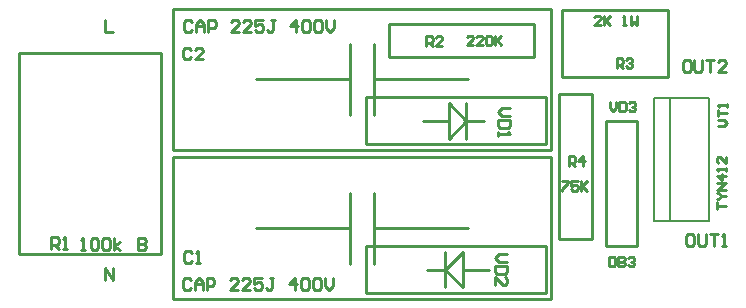
<source format=gto>
G04*
G04 #@! TF.GenerationSoftware,Altium Limited,Altium Designer,22.10.1 (41)*
G04*
G04 Layer_Color=65535*
%FSLAX44Y44*%
%MOMM*%
G71*
G04*
G04 #@! TF.SameCoordinates,896FFF34-39E1-42E1-B268-0112FD4375FD*
G04*
G04*
G04 #@! TF.FilePolarity,Positive*
G04*
G01*
G75*
%ADD10C,0.2540*%
%ADD11C,0.2000*%
D10*
X90000Y210100D02*
X210000D01*
X90000Y40100D02*
Y210100D01*
Y40100D02*
X210000D01*
Y210100D01*
X390000Y32000D02*
Y62000D01*
Y92000D01*
X370000Y82000D02*
Y92000D01*
Y32000D02*
Y82000D01*
X290000Y62000D02*
X370000D01*
X390000D02*
X470000D01*
X220000Y2000D02*
X540000D01*
X220000D02*
Y122000D01*
X540000D01*
Y2000D02*
Y122000D01*
X549600Y246400D02*
X639600D01*
X549600Y190400D02*
Y246400D01*
Y190400D02*
X639600D01*
Y246400D01*
X402800Y235000D02*
X525800D01*
Y207000D02*
Y235000D01*
X402800Y207000D02*
X525800D01*
X402800D02*
Y235000D01*
X390000Y158000D02*
Y188000D01*
Y218000D01*
X370000Y208000D02*
Y218000D01*
Y158000D02*
Y208000D01*
X290000Y188000D02*
X370000D01*
X390000D02*
X470000D01*
X220000Y128000D02*
X540000D01*
X220000D02*
Y248000D01*
X540000D01*
Y128000D02*
Y248000D01*
X535600Y133000D02*
Y173000D01*
X383600D02*
X535600D01*
X383600Y133000D02*
Y173000D01*
Y133000D02*
X535600D01*
X468600Y138000D02*
Y168000D01*
X453600Y138000D02*
X468600Y153000D01*
X453600Y138000D02*
Y168000D01*
X468600Y153000D01*
X431600D02*
X453600D01*
X468600D02*
X483600D01*
X587000D02*
X613000D01*
X587000Y47000D02*
X613000D01*
Y153000D01*
X587000Y47000D02*
Y153000D01*
X546757Y52600D02*
Y175600D01*
X574757D01*
Y52600D02*
Y175600D01*
X546757Y52600D02*
X574757D01*
X383600Y7000D02*
Y47000D01*
Y7000D02*
X535600D01*
Y47000D01*
X383600D02*
X535600D01*
X450600Y12000D02*
Y42000D01*
Y27000D02*
X465600Y42000D01*
Y12000D02*
Y42000D01*
X450600Y27000D02*
X465600Y12000D01*
Y27000D02*
X487600D01*
X435600D02*
X450600D01*
X142009Y43902D02*
X145341D01*
X143675D01*
Y53898D01*
X142009Y52232D01*
X150339D02*
X152006Y53898D01*
X155338D01*
X157004Y52232D01*
Y45568D01*
X155338Y43902D01*
X152006D01*
X150339Y45568D01*
Y52232D01*
X160336D02*
X162002Y53898D01*
X165335D01*
X167001Y52232D01*
Y45568D01*
X165335Y43902D01*
X162002D01*
X160336Y45568D01*
Y52232D01*
X170333Y43902D02*
Y53898D01*
Y47234D02*
X175331Y50566D01*
X170333Y47234D02*
X175331Y43902D01*
X190327Y53898D02*
Y43902D01*
X195325D01*
X196991Y45568D01*
Y47234D01*
X195325Y48900D01*
X190327D01*
X195325D01*
X196991Y50566D01*
Y52232D01*
X195325Y53898D01*
X190327D01*
X117036Y44302D02*
Y54298D01*
X122034D01*
X123700Y52632D01*
Y49300D01*
X122034Y47634D01*
X117036D01*
X120368D02*
X123700Y44302D01*
X127032D02*
X130365D01*
X128698D01*
Y54298D01*
X127032Y52632D01*
X659737Y57098D02*
X656405D01*
X654739Y55432D01*
Y48768D01*
X656405Y47102D01*
X659737D01*
X661403Y48768D01*
Y55432D01*
X659737Y57098D01*
X664735D02*
Y48768D01*
X666402Y47102D01*
X669734D01*
X671400Y48768D01*
Y57098D01*
X674732D02*
X681397D01*
X678064D01*
Y47102D01*
X684729D02*
X688061D01*
X686395D01*
Y57098D01*
X684729Y55432D01*
X235252Y17932D02*
X233585Y19598D01*
X230253D01*
X228587Y17932D01*
Y11268D01*
X230253Y9602D01*
X233585D01*
X235252Y11268D01*
X238584Y9602D02*
Y16266D01*
X241916Y19598D01*
X245248Y16266D01*
Y9602D01*
Y14600D01*
X238584D01*
X248581Y9602D02*
Y19598D01*
X253579D01*
X255245Y17932D01*
Y14600D01*
X253579Y12934D01*
X248581D01*
X275239Y9602D02*
X268574D01*
X275239Y16266D01*
Y17932D01*
X273573Y19598D01*
X270240D01*
X268574Y17932D01*
X285236Y9602D02*
X278571D01*
X285236Y16266D01*
Y17932D01*
X283569Y19598D01*
X280237D01*
X278571Y17932D01*
X295232Y19598D02*
X288568D01*
Y14600D01*
X291900Y16266D01*
X293566D01*
X295232Y14600D01*
Y11268D01*
X293566Y9602D01*
X290234D01*
X288568Y11268D01*
X305229Y19598D02*
X301897D01*
X303563D01*
Y11268D01*
X301897Y9602D01*
X300231D01*
X298564Y11268D01*
X323557Y9602D02*
Y19598D01*
X318558Y14600D01*
X325223D01*
X328555Y17932D02*
X330221Y19598D01*
X333553D01*
X335219Y17932D01*
Y11268D01*
X333553Y9602D01*
X330221D01*
X328555Y11268D01*
Y17932D01*
X338552D02*
X340218Y19598D01*
X343550D01*
X345216Y17932D01*
Y11268D01*
X343550Y9602D01*
X340218D01*
X338552Y11268D01*
Y17932D01*
X348548Y19598D02*
Y12934D01*
X351881Y9602D01*
X355213Y12934D01*
Y19598D01*
X236200Y40803D02*
X234534Y42470D01*
X231202D01*
X229536Y40803D01*
Y34139D01*
X231202Y32473D01*
X234534D01*
X236200Y34139D01*
X239532Y32473D02*
X242864D01*
X241198D01*
Y42470D01*
X239532Y40803D01*
X656671Y204198D02*
X653339D01*
X651673Y202532D01*
Y195868D01*
X653339Y194202D01*
X656671D01*
X658337Y195868D01*
Y202532D01*
X656671Y204198D01*
X661669D02*
Y195868D01*
X663335Y194202D01*
X666668D01*
X668334Y195868D01*
Y204198D01*
X671666D02*
X678331D01*
X674998D01*
Y194202D01*
X688327D02*
X681663D01*
X688327Y200866D01*
Y202532D01*
X686661Y204198D01*
X683329D01*
X681663Y202532D01*
X582337Y233901D02*
X577006D01*
X582337Y239233D01*
Y240566D01*
X581004Y241899D01*
X578339D01*
X577006Y240566D01*
X585003Y241899D02*
Y233901D01*
Y236567D01*
X590335Y241899D01*
X586336Y237900D01*
X590335Y233901D01*
X600998D02*
X603664D01*
X602331D01*
Y241899D01*
X600998Y240566D01*
X607663Y241899D02*
Y233901D01*
X610328Y236567D01*
X612994Y233901D01*
Y241899D01*
X595835Y198001D02*
Y205999D01*
X599834D01*
X601167Y204666D01*
Y202000D01*
X599834Y200667D01*
X595835D01*
X598501D02*
X601167Y198001D01*
X603833Y204666D02*
X605166Y205999D01*
X607832D01*
X609165Y204666D01*
Y203333D01*
X607832Y202000D01*
X606499D01*
X607832D01*
X609165Y200667D01*
Y199334D01*
X607832Y198001D01*
X605166D01*
X603833Y199334D01*
X474270Y217001D02*
X468938D01*
X474270Y222333D01*
Y223666D01*
X472937Y224999D01*
X470271D01*
X468938Y223666D01*
X482267Y217001D02*
X476936D01*
X482267Y222333D01*
Y223666D01*
X480934Y224999D01*
X478268D01*
X476936Y223666D01*
X484933D02*
X486266Y224999D01*
X488932D01*
X490265Y223666D01*
Y218334D01*
X488932Y217001D01*
X486266D01*
X484933Y218334D01*
Y223666D01*
X492930Y224999D02*
Y217001D01*
Y219667D01*
X498262Y224999D01*
X494263Y221000D01*
X498262Y217001D01*
X434735Y216601D02*
Y224599D01*
X438734D01*
X440067Y223266D01*
Y220600D01*
X438734Y219267D01*
X434735D01*
X437401D02*
X440067Y216601D01*
X448064D02*
X442733D01*
X448064Y221933D01*
Y223266D01*
X446732Y224599D01*
X444066D01*
X442733Y223266D01*
X236152Y236532D02*
X234485Y238198D01*
X231153D01*
X229487Y236532D01*
Y229868D01*
X231153Y228202D01*
X234485D01*
X236152Y229868D01*
X239484Y228202D02*
Y234866D01*
X242816Y238198D01*
X246148Y234866D01*
Y228202D01*
Y233200D01*
X239484D01*
X249481Y228202D02*
Y238198D01*
X254479D01*
X256145Y236532D01*
Y233200D01*
X254479Y231534D01*
X249481D01*
X276139Y228202D02*
X269474D01*
X276139Y234866D01*
Y236532D01*
X274473Y238198D01*
X271140D01*
X269474Y236532D01*
X286136Y228202D02*
X279471D01*
X286136Y234866D01*
Y236532D01*
X284469Y238198D01*
X281137D01*
X279471Y236532D01*
X296132Y238198D02*
X289468D01*
Y233200D01*
X292800Y234866D01*
X294466D01*
X296132Y233200D01*
Y229868D01*
X294466Y228202D01*
X291134D01*
X289468Y229868D01*
X306129Y238198D02*
X302797D01*
X304463D01*
Y229868D01*
X302797Y228202D01*
X301131D01*
X299464Y229868D01*
X324456Y228202D02*
Y238198D01*
X319458Y233200D01*
X326123D01*
X329455Y236532D02*
X331121Y238198D01*
X334453D01*
X336119Y236532D01*
Y229868D01*
X334453Y228202D01*
X331121D01*
X329455Y229868D01*
Y236532D01*
X339452D02*
X341118Y238198D01*
X344450D01*
X346116Y236532D01*
Y229868D01*
X344450Y228202D01*
X341118D01*
X339452Y229868D01*
Y236532D01*
X349448Y238198D02*
Y231534D01*
X352781Y228202D01*
X356113Y231534D01*
Y238198D01*
X235534Y213332D02*
X233868Y214998D01*
X230536D01*
X228869Y213332D01*
Y206668D01*
X230536Y205002D01*
X233868D01*
X235534Y206668D01*
X245531Y205002D02*
X238866D01*
X245531Y211666D01*
Y213332D01*
X243864Y214998D01*
X240532D01*
X238866Y213332D01*
X505398Y163863D02*
X498734D01*
X495402Y160531D01*
X498734Y157198D01*
X505398D01*
Y153866D02*
X495402D01*
Y148868D01*
X497068Y147202D01*
X503732D01*
X505398Y148868D01*
Y153866D01*
X495402Y143869D02*
Y140537D01*
Y142203D01*
X505398D01*
X503732Y143869D01*
X680572Y78607D02*
Y83939D01*
Y81273D01*
X688570D01*
X680572Y86604D02*
X681905D01*
X684571Y89270D01*
X681905Y91936D01*
X680572D01*
X684571Y89270D02*
X688570D01*
Y94602D02*
X680572D01*
X688570Y99934D01*
X680572D01*
X688570Y106598D02*
X680572D01*
X684571Y102599D01*
Y107931D01*
X688570Y110597D02*
Y113263D01*
Y111930D01*
X680572D01*
X681905Y110597D01*
X688570Y122593D02*
Y117261D01*
X683238Y122593D01*
X681905D01*
X680572Y121260D01*
Y118594D01*
X681905Y117261D01*
X681501Y148770D02*
X686833D01*
X689499Y151435D01*
X686833Y154101D01*
X681501D01*
Y156767D02*
Y162099D01*
Y159433D01*
X689499D01*
Y164764D02*
Y167430D01*
Y166097D01*
X681501D01*
X682834Y164764D01*
X589337Y37799D02*
Y29801D01*
X593335D01*
X594668Y31134D01*
Y36466D01*
X593335Y37799D01*
X589337D01*
X597334D02*
Y29801D01*
X601333D01*
X602666Y31134D01*
Y32467D01*
X601333Y33800D01*
X597334D01*
X601333D01*
X602666Y35133D01*
Y36466D01*
X601333Y37799D01*
X597334D01*
X605332Y36466D02*
X606665Y37799D01*
X609330D01*
X610663Y36466D01*
Y35133D01*
X609330Y33800D01*
X607997D01*
X609330D01*
X610663Y32467D01*
Y31134D01*
X609330Y29801D01*
X606665D01*
X605332Y31134D01*
X590137Y169099D02*
Y163767D01*
X592803Y161101D01*
X595468Y163767D01*
Y169099D01*
X598134D02*
Y161101D01*
X602133D01*
X603466Y162434D01*
Y167766D01*
X602133Y169099D01*
X598134D01*
X606132Y167766D02*
X607464Y169099D01*
X610130D01*
X611463Y167766D01*
Y166433D01*
X610130Y165100D01*
X608797D01*
X610130D01*
X611463Y163767D01*
Y162434D01*
X610130Y161101D01*
X607464D01*
X606132Y162434D01*
X549494Y101699D02*
X554826D01*
Y100366D01*
X549494Y95034D01*
Y93701D01*
X562823Y101699D02*
X557491D01*
Y97700D01*
X560157Y99033D01*
X561490D01*
X562823Y97700D01*
Y95034D01*
X561490Y93701D01*
X558824D01*
X557491Y95034D01*
X565489Y101699D02*
Y93701D01*
Y96367D01*
X570821Y101699D01*
X566822Y97700D01*
X570821Y93701D01*
X555435Y114901D02*
Y122899D01*
X559434D01*
X560767Y121566D01*
Y118900D01*
X559434Y117567D01*
X555435D01*
X558101D02*
X560767Y114901D01*
X567432D02*
Y122899D01*
X563433Y118900D01*
X568764D01*
X502898Y40329D02*
X496234D01*
X492902Y36997D01*
X496234Y33665D01*
X502898D01*
Y30332D02*
X492902D01*
Y25334D01*
X494568Y23668D01*
X501232D01*
X502898Y25334D01*
Y30332D01*
X492902Y13671D02*
Y20335D01*
X499566Y13671D01*
X501232D01*
X502898Y15337D01*
Y18669D01*
X501232Y20335D01*
X162532Y18418D02*
Y28415D01*
X169196Y18418D01*
Y28415D01*
X162278Y238473D02*
Y228476D01*
X168943D01*
D11*
X627600Y68000D02*
Y172000D01*
X673600D01*
Y68000D02*
Y172000D01*
X627600Y68000D02*
X673600D01*
X641300D02*
Y172000D01*
M02*

</source>
